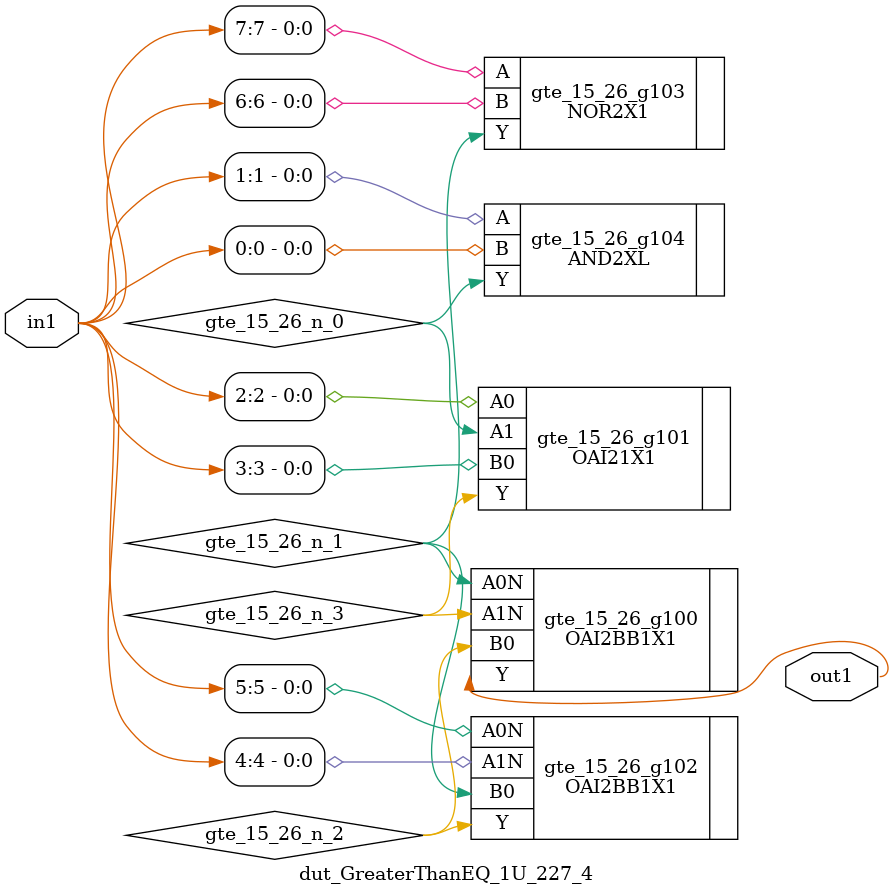
<source format=v>
`timescale 1ps / 1ps


module dut_GreaterThanEQ_1U_227_4(in1, out1);
  input [7:0] in1;
  output out1;
  wire [7:0] in1;
  wire out1;
  wire gte_15_26_n_0, gte_15_26_n_1, gte_15_26_n_2, gte_15_26_n_3;
  OAI2BB1X1 gte_15_26_g100(.A0N (gte_15_26_n_1), .A1N (gte_15_26_n_3),
       .B0 (gte_15_26_n_2), .Y (out1));
  OAI21X1 gte_15_26_g101(.A0 (in1[2]), .A1 (gte_15_26_n_0), .B0
       (in1[3]), .Y (gte_15_26_n_3));
  OAI2BB1X1 gte_15_26_g102(.A0N (in1[5]), .A1N (in1[4]), .B0
       (gte_15_26_n_1), .Y (gte_15_26_n_2));
  NOR2X1 gte_15_26_g103(.A (in1[7]), .B (in1[6]), .Y (gte_15_26_n_1));
  AND2XL gte_15_26_g104(.A (in1[1]), .B (in1[0]), .Y (gte_15_26_n_0));
endmodule



</source>
